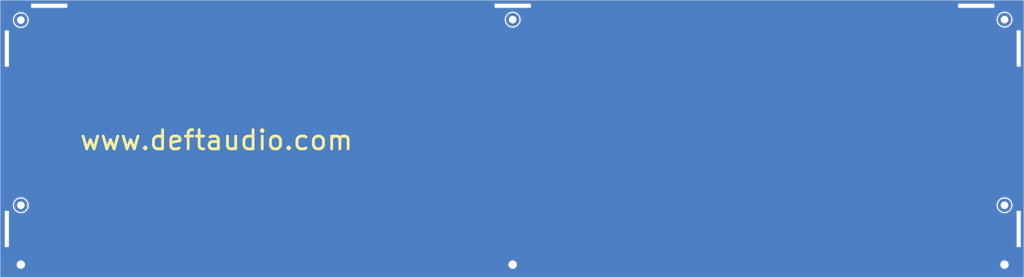
<source format=kicad_pcb>
(kicad_pcb (version 20241229) (generator "pcbnew") (generator_version "9.0")
  (layers (0 "F.Cu" signal) (2 "B.Cu" signal) (13 "F.Paste" user) (15 "B.Paste" user) (5 "F.SilkS" user "F.Silkscreen") (7 "B.SilkS" user "B.Silkscreen") (1 "F.Mask" user) (3 "B.Mask" user) (25 "Edge.Cuts" user))
  (net 0 "")
  (net 1 "GND")
  (footprint "mylib:MountingHole_3mm" (layer "F.Cu") (at 505.99 258.83)
    (property "Reference" " ")
    (property "Value" " ")
    (pad "" np_thru_hole circle (at 0 0) (size 3 3) (drill 3) (layers "*.Cu" "*.Mask"))
  )
  (footprint "MountingHole:MountingHole_3.2mm_M3_DIN965_Pad" (layer "F.Cu") (at 96.024986 156.728528)
    (property "Reference" " " (at 0 -3.8 0) (layer "F.SilkS"))
    (property "Value" "3.2mm_hole")
    (pad " " thru_hole circle (at 0 0) (size 5.6 5.6) (drill 3.2) (layers "*.Cu" "*.Mask"))
  )
  (footprint "MountingHole:MountingHole_3.2mm_M3_DIN965_Pad" (layer "F.Cu") (at 506.024986 156.538528)
    (property "Reference" " " (at 0 -3.8 0) (layer "F.SilkS"))
    (property "Value" "3.2mm_hole")
    (pad " " thru_hole circle (at 0 0) (size 5.6 5.6) (drill 3.2) (layers "*.Cu" "*.Mask"))
  )
  (footprint "mylib:MountingHole_3mm" (layer "F.Cu") (at 96.01 258.84)
    (property "Reference" " ")
    (property "Value" " ")
    (pad "" np_thru_hole circle (at 0 0) (size 3 3) (drill 3) (layers "*.Cu" "*.Mask"))
  )
  (footprint "MountingHole:MountingHole_3.2mm_M3_DIN965_Pad" (layer "F.Cu") (at 96.024986 234.038528)
    (property "Reference" " " (at 0 -3.8 0) (layer "F.SilkS"))
    (property "Value" "3.2mm_hole")
    (pad " " thru_hole circle (at 0 0) (size 5.6 5.6) (drill 3.2) (layers "*.Cu" "*.Mask"))
  )
  (footprint "MountingHole:MountingHole_3.2mm_M3_DIN965_Pad" (layer "F.Cu") (at 301.024986 156.538528)
    (property "Reference" " " (at 0 -3.8 0) (layer "F.SilkS"))
    (property "Value" "3.2mm_hole")
    (pad " " thru_hole circle (at 0 0) (size 5.6 5.6) (drill 3.2) (layers "*.Cu" "*.Mask"))
  )
  (footprint "mylib:MountingHole_3mm" (layer "F.Cu") (at 301.02 258.84)
    (property "Reference" " ")
    (property "Value" " ")
    (pad "" np_thru_hole circle (at 0 0) (size 3 3) (drill 3) (layers "*.Cu" "*.Mask"))
  )
  (footprint "MountingHole:MountingHole_3.2mm_M3_DIN965_Pad" (layer "F.Cu") (at 506.024986 234.038528)
    (property "Reference" " " (at 0 -3.8 0) (layer "F.SilkS"))
    (property "Value" "3.2mm_hole")
    (pad " " thru_hole circle (at 0 0) (size 5.6 5.6) (drill 3.2) (layers "*.Cu" "*.Mask"))
  )
  (gr_line (start 514.1 148.4) (end 87.399954 148.4) (stroke (width 0.12)) (layer "Edge.Cuts"))
  (gr_rect (start 89.4 236.47) (end 91 251.47) (stroke (width 0.12)) (fill no) (layer "Edge.Cuts"))
  (gr_rect (start 89.4 161.09) (end 91 176.09) (stroke (width 0.12)) (fill no) (layer "Edge.Cuts"))
  (gr_rect (start 100.39 149.91) (end 115.39 151.51) (stroke (width 0.12)) (fill no) (layer "Edge.Cuts"))
  (gr_rect (start 511.1 236.47) (end 512.7 251.47) (stroke (width 0.12)) (fill no) (layer "Edge.Cuts"))
  (gr_line (start 514.1 264.04) (end 514.1 148.4) (stroke (width 0.12)) (layer "Edge.Cuts"))
  (gr_rect (start 511.1 161.09) (end 512.7 176.09) (stroke (width 0.12)) (fill no) (layer "Edge.Cuts"))
  (gr_rect (start 486.7 149.91) (end 501.7 151.51) (stroke (width 0.12)) (fill no) (layer "Edge.Cuts"))
  (gr_rect (start 293.5 149.91) (end 308.5 151.51) (stroke (width 0.12)) (fill no) (layer "Edge.Cuts"))
  (gr_line (start 87.4 264.04) (end 514.1 264.04) (stroke (width 0.12)) (layer "Edge.Cuts"))
  (gr_line (start 87.4 148.4) (end 87.4 264.04) (stroke (width 0.12)) (layer "Edge.Cuts"))
  (gr_text "www.deftaudio.com" (at 120.024986 211.538528 0) (layer "F.SilkS") (effects (font (size 8 8) (thickness 1.2)) (justify left bottom)))
  (zone (net 1) (net_name "GND") (layer "B.Cu") (priority 5) (connect_pads (clearance 0.508)) (min_thickness 0.25) (fill yes (thermal_gap 0.5) (thermal_bridge_width 0.5))
    (polygon (pts (xy 87.4 148.4) (xy 87.4 264) (xy 514.1 264) (xy 514.1 148.4)))
  )
)
</source>
